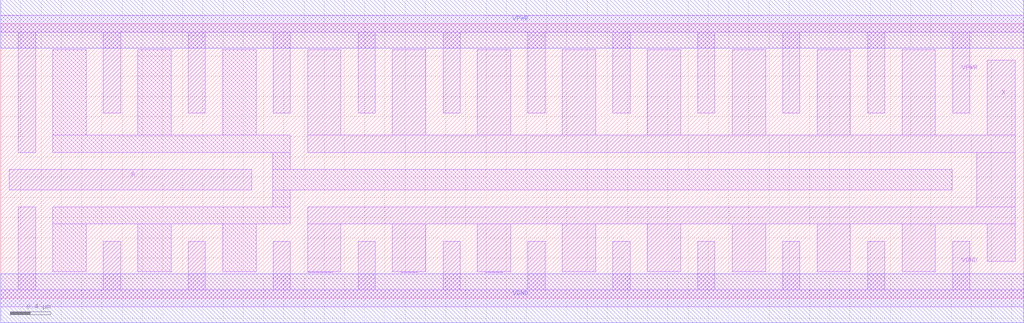
<source format=lef>
# Copyright 2020 The SkyWater PDK Authors
#
# Licensed under the Apache License, Version 2.0 (the "License");
# you may not use this file except in compliance with the License.
# You may obtain a copy of the License at
#
#     https://www.apache.org/licenses/LICENSE-2.0
#
# Unless required by applicable law or agreed to in writing, software
# distributed under the License is distributed on an "AS IS" BASIS,
# WITHOUT WARRANTIES OR CONDITIONS OF ANY KIND, either express or implied.
# See the License for the specific language governing permissions and
# limitations under the License.
#
# SPDX-License-Identifier: Apache-2.0

VERSION 5.5 ;
NAMESCASESENSITIVE ON ;
BUSBITCHARS "[]" ;
DIVIDERCHAR "/" ;
MACRO sky130_fd_sc_hd__buf_16
  CLASS CORE ;
  SOURCE USER ;
  ORIGIN  0.000000  0.000000 ;
  SIZE  10.12000 BY  2.720000 ;
  SYMMETRY X Y R90 ;
  SITE unithd ;
  PIN A
    ANTENNAGATEAREA  1.485000 ;
    DIRECTION INPUT ;
    USE SIGNAL ;
    PORT
      LAYER li1 ;
        RECT 0.085000 1.075000 2.485000 1.275000 ;
    END
  END A
  PIN X
    ANTENNADIFFAREA  3.564000 ;
    DIRECTION OUTPUT ;
    USE SIGNAL ;
    PORT
      LAYER li1 ;
        RECT 3.035000 0.255000  3.285000 0.260000 ;
        RECT 3.035000 0.260000  3.365000 0.735000 ;
        RECT 3.035000 0.735000 10.035000 0.905000 ;
        RECT 3.035000 1.445000 10.035000 1.615000 ;
        RECT 3.035000 1.615000  3.365000 2.465000 ;
        RECT 3.875000 0.260000  4.205000 0.735000 ;
        RECT 3.875000 1.615000  4.205000 2.465000 ;
        RECT 3.955000 0.255000  4.125000 0.260000 ;
        RECT 4.715000 0.260000  5.045000 0.735000 ;
        RECT 4.715000 1.615000  5.045000 2.465000 ;
        RECT 4.795000 0.255000  4.965000 0.260000 ;
        RECT 5.555000 0.260000  5.885000 0.735000 ;
        RECT 5.555000 1.615000  5.885000 2.465000 ;
        RECT 6.395000 0.260000  6.725000 0.735000 ;
        RECT 6.395000 1.615000  6.725000 2.465000 ;
        RECT 7.235000 0.260000  7.565000 0.735000 ;
        RECT 7.235000 1.615000  7.565000 2.465000 ;
        RECT 8.075000 0.260000  8.405000 0.735000 ;
        RECT 8.075000 1.615000  8.405000 2.465000 ;
        RECT 8.915000 0.260000  9.245000 0.735000 ;
        RECT 8.915000 1.615000  9.245000 2.465000 ;
        RECT 9.655000 0.905000 10.035000 1.445000 ;
        RECT 9.760000 0.365000 10.035000 0.735000 ;
        RECT 9.760000 1.615000 10.035000 2.360000 ;
    END
  END X
  PIN VGND
    DIRECTION INOUT ;
    SHAPE ABUTMENT ;
    USE GROUND ;
    PORT
      LAYER li1 ;
        RECT 0.000000 -0.085000 10.120000 0.085000 ;
        RECT 0.175000  0.085000  0.345000 0.905000 ;
        RECT 1.015000  0.085000  1.185000 0.565000 ;
        RECT 1.855000  0.085000  2.025000 0.565000 ;
        RECT 2.695000  0.085000  2.865000 0.565000 ;
        RECT 3.535000  0.085000  3.705000 0.565000 ;
        RECT 4.375000  0.085000  4.545000 0.565000 ;
        RECT 5.215000  0.085000  5.385000 0.565000 ;
        RECT 6.055000  0.085000  6.225000 0.565000 ;
        RECT 6.895000  0.085000  7.065000 0.565000 ;
        RECT 7.735000  0.085000  7.905000 0.565000 ;
        RECT 8.575000  0.085000  8.745000 0.565000 ;
        RECT 9.415000  0.085000  9.585000 0.565000 ;
    END
    PORT
      LAYER met1 ;
        RECT 0.000000 -0.240000 10.120000 0.240000 ;
    END
  END VGND
  PIN VPWR
    DIRECTION INOUT ;
    SHAPE ABUTMENT ;
    USE POWER ;
    PORT
      LAYER li1 ;
        RECT 0.000000 2.635000 10.120000 2.805000 ;
        RECT 0.175000 1.445000  0.345000 2.635000 ;
        RECT 1.015000 1.835000  1.185000 2.635000 ;
        RECT 1.855000 1.835000  2.025000 2.635000 ;
        RECT 2.695000 1.835000  2.865000 2.635000 ;
        RECT 3.535000 1.835000  3.705000 2.635000 ;
        RECT 4.375000 1.835000  4.545000 2.635000 ;
        RECT 5.215000 1.835000  5.385000 2.635000 ;
        RECT 6.055000 1.835000  6.225000 2.635000 ;
        RECT 6.895000 1.835000  7.065000 2.635000 ;
        RECT 7.735000 1.835000  7.905000 2.635000 ;
        RECT 8.575000 1.835000  8.745000 2.635000 ;
        RECT 9.415000 1.835000  9.585000 2.635000 ;
    END
    PORT
      LAYER met1 ;
        RECT 0.000000 2.480000 10.120000 2.960000 ;
    END
  END VPWR
  OBS
    LAYER li1 ;
      RECT 0.515000 0.260000 0.845000 0.735000 ;
      RECT 0.515000 0.735000 2.865000 0.905000 ;
      RECT 0.515000 1.445000 2.865000 1.615000 ;
      RECT 0.515000 1.615000 0.845000 2.465000 ;
      RECT 1.355000 0.260000 1.685000 0.735000 ;
      RECT 1.355000 1.615000 1.685000 2.465000 ;
      RECT 2.195000 0.260000 2.525000 0.735000 ;
      RECT 2.195000 1.615000 2.525000 2.465000 ;
      RECT 2.690000 0.905000 2.865000 1.075000 ;
      RECT 2.690000 1.075000 9.410000 1.275000 ;
      RECT 2.690000 1.275000 2.865000 1.445000 ;
  END
END sky130_fd_sc_hd__buf_16
END LIBRARY

</source>
